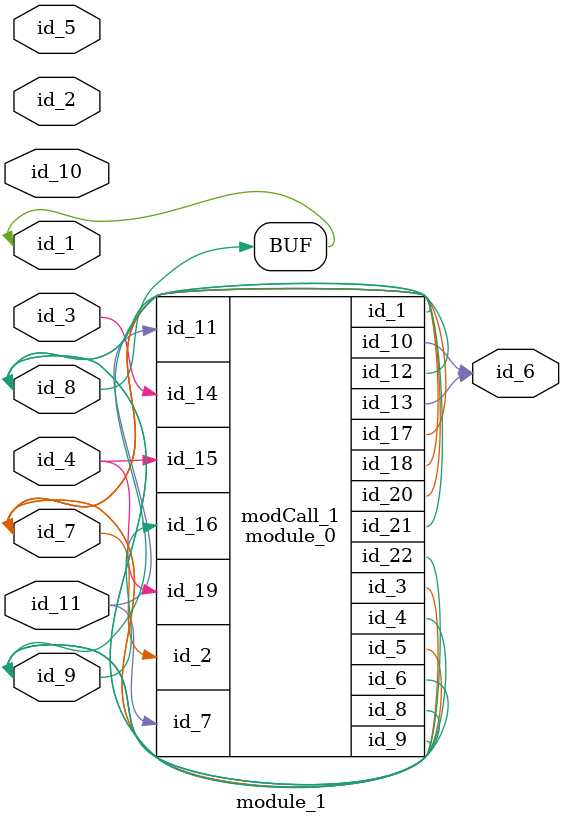
<source format=v>
module module_0 (
    id_1,
    id_2,
    id_3,
    id_4,
    id_5,
    id_6,
    id_7,
    id_8,
    id_9,
    id_10,
    id_11,
    id_12,
    id_13,
    id_14,
    id_15,
    id_16,
    id_17,
    id_18,
    id_19,
    id_20,
    id_21,
    id_22
);
  inout wire id_22;
  output wire id_21;
  inout wire id_20;
  input wire id_19;
  output wire id_18;
  inout wire id_17;
  input wire id_16;
  input wire id_15;
  input wire id_14;
  output wire id_13;
  inout wire id_12;
  input wire id_11;
  output wire id_10;
  output wire id_9;
  inout wire id_8;
  input wire id_7;
  inout wire id_6;
  inout wire id_5;
  inout wire id_4;
  inout wire id_3;
  input wire id_2;
  output wire id_1;
  assign id_20 = 1 - id_5;
  wire id_23;
endmodule
module module_1 (
    id_1,
    id_2,
    id_3,
    id_4,
    id_5,
    id_6,
    id_7,
    id_8,
    id_9,
    id_10,
    id_11
);
  input wire id_11;
  input wire id_10;
  inout wire id_9;
  input wire id_8;
  inout wire id_7;
  output wire id_6;
  inout wire id_5;
  input wire id_4;
  input wire id_3;
  input wire id_2;
  inout wire id_1;
  assign id_1 = id_8;
  module_0 modCall_1 (
      id_1,
      id_7,
      id_7,
      id_9,
      id_7,
      id_9,
      id_11,
      id_1,
      id_1,
      id_6,
      id_11,
      id_9,
      id_6,
      id_3,
      id_4,
      id_9,
      id_7,
      id_7,
      id_4,
      id_7,
      id_1,
      id_9
  );
endmodule

</source>
